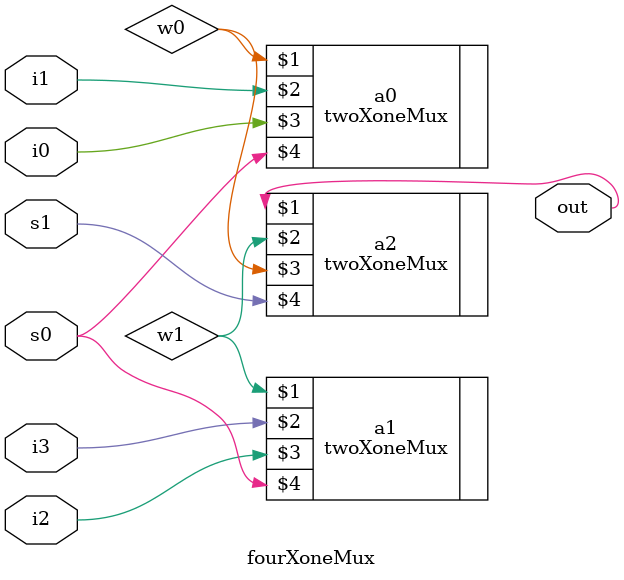
<source format=v>
`include "../twoXoneMux/twoXoneMux.v"

module fourXoneMux (
    output out,input i3,i2,i1,i0,s1,s0
);
    wire w0,w1;
    twoXoneMux a0(w0,i1,i0,s0);
    twoXoneMux a1(w1,i3,i2,s0);
    twoXoneMux a2(out,w1,w0,s1);
endmodule

</source>
